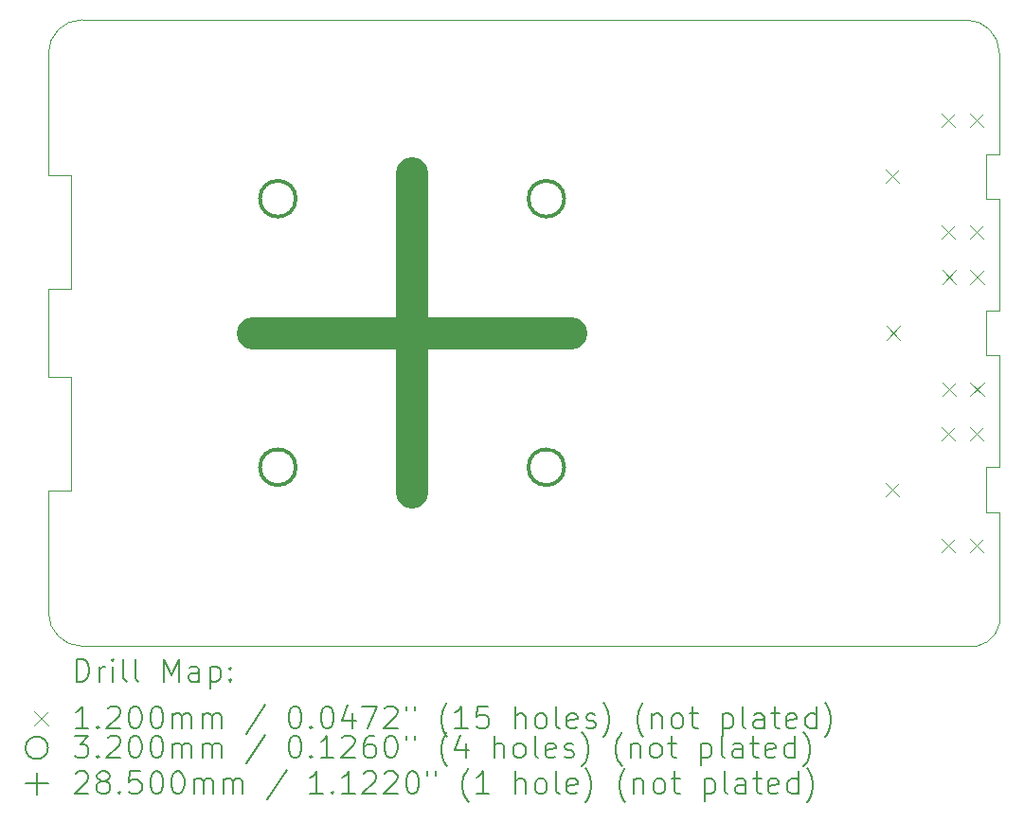
<source format=gbr>
%FSLAX45Y45*%
G04 Gerber Fmt 4.5, Leading zero omitted, Abs format (unit mm)*
G04 Created by KiCad (PCBNEW (6.0.1)) date 2022-01-27 00:39:42*
%MOMM*%
%LPD*%
G01*
G04 APERTURE LIST*
%TA.AperFunction,Profile*%
%ADD10C,0.100000*%
%TD*%
%ADD11C,0.200000*%
%ADD12C,0.120000*%
%ADD13C,0.320000*%
%ADD14C,2.850000*%
G04 APERTURE END LIST*
D10*
X5000000Y-6390000D02*
X5200000Y-6390000D01*
X5000000Y-10300000D02*
G75*
G03*
X5300000Y-10600000I300000J0D01*
G01*
X13500000Y-5300000D02*
G75*
G03*
X13200000Y-5000000I-300000J0D01*
G01*
X13500000Y-9400000D02*
X13380000Y-9400000D01*
X13500000Y-6200000D02*
X13380000Y-6200000D01*
X13300000Y-10600000D02*
G75*
G03*
X13500000Y-10300000I-50000J250000D01*
G01*
X13500000Y-8000000D02*
X13380000Y-8000000D01*
X13380000Y-6600000D02*
X13500000Y-6600000D01*
X13500000Y-9000000D02*
X13500000Y-8000000D01*
X5000000Y-8190000D02*
X5200000Y-8190000D01*
X13500000Y-6200000D02*
X13500000Y-5300000D01*
X13380000Y-9000000D02*
X13500000Y-9000000D01*
X5200000Y-9210000D02*
X5000000Y-9210000D01*
X13380000Y-9400000D02*
X13380000Y-9000000D01*
X5200000Y-7410000D02*
X5000000Y-7410000D01*
X13380000Y-7600000D02*
X13500000Y-7600000D01*
X13380000Y-8000000D02*
X13380000Y-7600000D01*
X5300000Y-5000000D02*
G75*
G03*
X5000000Y-5300000I0J-300000D01*
G01*
X13500000Y-6600000D02*
X13500000Y-7600000D01*
X5300000Y-10600000D02*
X13300000Y-10600000D01*
X5000000Y-7410000D02*
X5000000Y-8190000D01*
X5000000Y-9210000D02*
X5000000Y-10300000D01*
X5000000Y-5300000D02*
X5000000Y-6390000D01*
X13500000Y-9400000D02*
X13500000Y-10300000D01*
X5200000Y-6390000D02*
X5200000Y-7410000D01*
X5300000Y-5000000D02*
X13200000Y-5000000D01*
X5200000Y-8190000D02*
X5200000Y-9210000D01*
X13380000Y-6200000D02*
X13380000Y-6600000D01*
D11*
D12*
X12485000Y-6340000D02*
X12605000Y-6460000D01*
X12605000Y-6340000D02*
X12485000Y-6460000D01*
X12485000Y-9140000D02*
X12605000Y-9260000D01*
X12605000Y-9140000D02*
X12485000Y-9260000D01*
X12490000Y-7740000D02*
X12610000Y-7860000D01*
X12610000Y-7740000D02*
X12490000Y-7860000D01*
X12985000Y-5840000D02*
X13105000Y-5960000D01*
X13105000Y-5840000D02*
X12985000Y-5960000D01*
X12985000Y-6840000D02*
X13105000Y-6960000D01*
X13105000Y-6840000D02*
X12985000Y-6960000D01*
X12985000Y-8640000D02*
X13105000Y-8760000D01*
X13105000Y-8640000D02*
X12985000Y-8760000D01*
X12985000Y-9640000D02*
X13105000Y-9760000D01*
X13105000Y-9640000D02*
X12985000Y-9760000D01*
X12990000Y-7240000D02*
X13110000Y-7360000D01*
X13110000Y-7240000D02*
X12990000Y-7360000D01*
X12990000Y-8240000D02*
X13110000Y-8360000D01*
X13110000Y-8240000D02*
X12990000Y-8360000D01*
X13235000Y-5840000D02*
X13355000Y-5960000D01*
X13355000Y-5840000D02*
X13235000Y-5960000D01*
X13235000Y-6840000D02*
X13355000Y-6960000D01*
X13355000Y-6840000D02*
X13235000Y-6960000D01*
X13235000Y-8640000D02*
X13355000Y-8760000D01*
X13355000Y-8640000D02*
X13235000Y-8760000D01*
X13235000Y-9640000D02*
X13355000Y-9760000D01*
X13355000Y-9640000D02*
X13235000Y-9760000D01*
X13240000Y-7240000D02*
X13360000Y-7360000D01*
X13360000Y-7240000D02*
X13240000Y-7360000D01*
X13240000Y-8240000D02*
X13360000Y-8360000D01*
X13360000Y-8240000D02*
X13240000Y-8360000D01*
D13*
X7210000Y-6600000D02*
G75*
G03*
X7210000Y-6600000I-160000J0D01*
G01*
X7210000Y-9000000D02*
G75*
G03*
X7210000Y-9000000I-160000J0D01*
G01*
X9610000Y-6600000D02*
G75*
G03*
X9610000Y-6600000I-160000J0D01*
G01*
X9610000Y-9000000D02*
G75*
G03*
X9610000Y-9000000I-160000J0D01*
G01*
D14*
X8250000Y-6375000D02*
X8250000Y-9225000D01*
X6825000Y-7800000D02*
X9675000Y-7800000D01*
D11*
X5252619Y-10915476D02*
X5252619Y-10715476D01*
X5300238Y-10715476D01*
X5328810Y-10725000D01*
X5347857Y-10744048D01*
X5357381Y-10763095D01*
X5366905Y-10801190D01*
X5366905Y-10829762D01*
X5357381Y-10867857D01*
X5347857Y-10886905D01*
X5328810Y-10905952D01*
X5300238Y-10915476D01*
X5252619Y-10915476D01*
X5452619Y-10915476D02*
X5452619Y-10782143D01*
X5452619Y-10820238D02*
X5462143Y-10801190D01*
X5471667Y-10791667D01*
X5490714Y-10782143D01*
X5509762Y-10782143D01*
X5576429Y-10915476D02*
X5576429Y-10782143D01*
X5576429Y-10715476D02*
X5566905Y-10725000D01*
X5576429Y-10734524D01*
X5585952Y-10725000D01*
X5576429Y-10715476D01*
X5576429Y-10734524D01*
X5700238Y-10915476D02*
X5681190Y-10905952D01*
X5671667Y-10886905D01*
X5671667Y-10715476D01*
X5805000Y-10915476D02*
X5785952Y-10905952D01*
X5776428Y-10886905D01*
X5776428Y-10715476D01*
X6033571Y-10915476D02*
X6033571Y-10715476D01*
X6100238Y-10858333D01*
X6166905Y-10715476D01*
X6166905Y-10915476D01*
X6347857Y-10915476D02*
X6347857Y-10810714D01*
X6338333Y-10791667D01*
X6319286Y-10782143D01*
X6281190Y-10782143D01*
X6262143Y-10791667D01*
X6347857Y-10905952D02*
X6328809Y-10915476D01*
X6281190Y-10915476D01*
X6262143Y-10905952D01*
X6252619Y-10886905D01*
X6252619Y-10867857D01*
X6262143Y-10848810D01*
X6281190Y-10839286D01*
X6328809Y-10839286D01*
X6347857Y-10829762D01*
X6443095Y-10782143D02*
X6443095Y-10982143D01*
X6443095Y-10791667D02*
X6462143Y-10782143D01*
X6500238Y-10782143D01*
X6519286Y-10791667D01*
X6528809Y-10801190D01*
X6538333Y-10820238D01*
X6538333Y-10877381D01*
X6528809Y-10896429D01*
X6519286Y-10905952D01*
X6500238Y-10915476D01*
X6462143Y-10915476D01*
X6443095Y-10905952D01*
X6624048Y-10896429D02*
X6633571Y-10905952D01*
X6624048Y-10915476D01*
X6614524Y-10905952D01*
X6624048Y-10896429D01*
X6624048Y-10915476D01*
X6624048Y-10791667D02*
X6633571Y-10801190D01*
X6624048Y-10810714D01*
X6614524Y-10801190D01*
X6624048Y-10791667D01*
X6624048Y-10810714D01*
D12*
X4875000Y-11185000D02*
X4995000Y-11305000D01*
X4995000Y-11185000D02*
X4875000Y-11305000D01*
D11*
X5357381Y-11335476D02*
X5243095Y-11335476D01*
X5300238Y-11335476D02*
X5300238Y-11135476D01*
X5281190Y-11164048D01*
X5262143Y-11183095D01*
X5243095Y-11192619D01*
X5443095Y-11316428D02*
X5452619Y-11325952D01*
X5443095Y-11335476D01*
X5433571Y-11325952D01*
X5443095Y-11316428D01*
X5443095Y-11335476D01*
X5528810Y-11154524D02*
X5538333Y-11145000D01*
X5557381Y-11135476D01*
X5605000Y-11135476D01*
X5624048Y-11145000D01*
X5633571Y-11154524D01*
X5643095Y-11173571D01*
X5643095Y-11192619D01*
X5633571Y-11221190D01*
X5519286Y-11335476D01*
X5643095Y-11335476D01*
X5766905Y-11135476D02*
X5785952Y-11135476D01*
X5805000Y-11145000D01*
X5814524Y-11154524D01*
X5824048Y-11173571D01*
X5833571Y-11211667D01*
X5833571Y-11259286D01*
X5824048Y-11297381D01*
X5814524Y-11316428D01*
X5805000Y-11325952D01*
X5785952Y-11335476D01*
X5766905Y-11335476D01*
X5747857Y-11325952D01*
X5738333Y-11316428D01*
X5728809Y-11297381D01*
X5719286Y-11259286D01*
X5719286Y-11211667D01*
X5728809Y-11173571D01*
X5738333Y-11154524D01*
X5747857Y-11145000D01*
X5766905Y-11135476D01*
X5957381Y-11135476D02*
X5976428Y-11135476D01*
X5995476Y-11145000D01*
X6005000Y-11154524D01*
X6014524Y-11173571D01*
X6024048Y-11211667D01*
X6024048Y-11259286D01*
X6014524Y-11297381D01*
X6005000Y-11316428D01*
X5995476Y-11325952D01*
X5976428Y-11335476D01*
X5957381Y-11335476D01*
X5938333Y-11325952D01*
X5928809Y-11316428D01*
X5919286Y-11297381D01*
X5909762Y-11259286D01*
X5909762Y-11211667D01*
X5919286Y-11173571D01*
X5928809Y-11154524D01*
X5938333Y-11145000D01*
X5957381Y-11135476D01*
X6109762Y-11335476D02*
X6109762Y-11202143D01*
X6109762Y-11221190D02*
X6119286Y-11211667D01*
X6138333Y-11202143D01*
X6166905Y-11202143D01*
X6185952Y-11211667D01*
X6195476Y-11230714D01*
X6195476Y-11335476D01*
X6195476Y-11230714D02*
X6205000Y-11211667D01*
X6224048Y-11202143D01*
X6252619Y-11202143D01*
X6271667Y-11211667D01*
X6281190Y-11230714D01*
X6281190Y-11335476D01*
X6376428Y-11335476D02*
X6376428Y-11202143D01*
X6376428Y-11221190D02*
X6385952Y-11211667D01*
X6405000Y-11202143D01*
X6433571Y-11202143D01*
X6452619Y-11211667D01*
X6462143Y-11230714D01*
X6462143Y-11335476D01*
X6462143Y-11230714D02*
X6471667Y-11211667D01*
X6490714Y-11202143D01*
X6519286Y-11202143D01*
X6538333Y-11211667D01*
X6547857Y-11230714D01*
X6547857Y-11335476D01*
X6938333Y-11125952D02*
X6766905Y-11383095D01*
X7195476Y-11135476D02*
X7214524Y-11135476D01*
X7233571Y-11145000D01*
X7243095Y-11154524D01*
X7252619Y-11173571D01*
X7262143Y-11211667D01*
X7262143Y-11259286D01*
X7252619Y-11297381D01*
X7243095Y-11316428D01*
X7233571Y-11325952D01*
X7214524Y-11335476D01*
X7195476Y-11335476D01*
X7176428Y-11325952D01*
X7166905Y-11316428D01*
X7157381Y-11297381D01*
X7147857Y-11259286D01*
X7147857Y-11211667D01*
X7157381Y-11173571D01*
X7166905Y-11154524D01*
X7176428Y-11145000D01*
X7195476Y-11135476D01*
X7347857Y-11316428D02*
X7357381Y-11325952D01*
X7347857Y-11335476D01*
X7338333Y-11325952D01*
X7347857Y-11316428D01*
X7347857Y-11335476D01*
X7481190Y-11135476D02*
X7500238Y-11135476D01*
X7519286Y-11145000D01*
X7528809Y-11154524D01*
X7538333Y-11173571D01*
X7547857Y-11211667D01*
X7547857Y-11259286D01*
X7538333Y-11297381D01*
X7528809Y-11316428D01*
X7519286Y-11325952D01*
X7500238Y-11335476D01*
X7481190Y-11335476D01*
X7462143Y-11325952D01*
X7452619Y-11316428D01*
X7443095Y-11297381D01*
X7433571Y-11259286D01*
X7433571Y-11211667D01*
X7443095Y-11173571D01*
X7452619Y-11154524D01*
X7462143Y-11145000D01*
X7481190Y-11135476D01*
X7719286Y-11202143D02*
X7719286Y-11335476D01*
X7671667Y-11125952D02*
X7624048Y-11268809D01*
X7747857Y-11268809D01*
X7805000Y-11135476D02*
X7938333Y-11135476D01*
X7852619Y-11335476D01*
X8005000Y-11154524D02*
X8014524Y-11145000D01*
X8033571Y-11135476D01*
X8081190Y-11135476D01*
X8100238Y-11145000D01*
X8109762Y-11154524D01*
X8119286Y-11173571D01*
X8119286Y-11192619D01*
X8109762Y-11221190D01*
X7995476Y-11335476D01*
X8119286Y-11335476D01*
X8195476Y-11135476D02*
X8195476Y-11173571D01*
X8271667Y-11135476D02*
X8271667Y-11173571D01*
X8566905Y-11411667D02*
X8557381Y-11402143D01*
X8538333Y-11373571D01*
X8528810Y-11354524D01*
X8519286Y-11325952D01*
X8509762Y-11278333D01*
X8509762Y-11240238D01*
X8519286Y-11192619D01*
X8528810Y-11164048D01*
X8538333Y-11145000D01*
X8557381Y-11116429D01*
X8566905Y-11106905D01*
X8747857Y-11335476D02*
X8633571Y-11335476D01*
X8690714Y-11335476D02*
X8690714Y-11135476D01*
X8671667Y-11164048D01*
X8652619Y-11183095D01*
X8633571Y-11192619D01*
X8928810Y-11135476D02*
X8833571Y-11135476D01*
X8824048Y-11230714D01*
X8833571Y-11221190D01*
X8852619Y-11211667D01*
X8900238Y-11211667D01*
X8919286Y-11221190D01*
X8928810Y-11230714D01*
X8938333Y-11249762D01*
X8938333Y-11297381D01*
X8928810Y-11316428D01*
X8919286Y-11325952D01*
X8900238Y-11335476D01*
X8852619Y-11335476D01*
X8833571Y-11325952D01*
X8824048Y-11316428D01*
X9176429Y-11335476D02*
X9176429Y-11135476D01*
X9262143Y-11335476D02*
X9262143Y-11230714D01*
X9252619Y-11211667D01*
X9233571Y-11202143D01*
X9205000Y-11202143D01*
X9185952Y-11211667D01*
X9176429Y-11221190D01*
X9385952Y-11335476D02*
X9366905Y-11325952D01*
X9357381Y-11316428D01*
X9347857Y-11297381D01*
X9347857Y-11240238D01*
X9357381Y-11221190D01*
X9366905Y-11211667D01*
X9385952Y-11202143D01*
X9414524Y-11202143D01*
X9433571Y-11211667D01*
X9443095Y-11221190D01*
X9452619Y-11240238D01*
X9452619Y-11297381D01*
X9443095Y-11316428D01*
X9433571Y-11325952D01*
X9414524Y-11335476D01*
X9385952Y-11335476D01*
X9566905Y-11335476D02*
X9547857Y-11325952D01*
X9538333Y-11306905D01*
X9538333Y-11135476D01*
X9719286Y-11325952D02*
X9700238Y-11335476D01*
X9662143Y-11335476D01*
X9643095Y-11325952D01*
X9633571Y-11306905D01*
X9633571Y-11230714D01*
X9643095Y-11211667D01*
X9662143Y-11202143D01*
X9700238Y-11202143D01*
X9719286Y-11211667D01*
X9728810Y-11230714D01*
X9728810Y-11249762D01*
X9633571Y-11268809D01*
X9805000Y-11325952D02*
X9824048Y-11335476D01*
X9862143Y-11335476D01*
X9881190Y-11325952D01*
X9890714Y-11306905D01*
X9890714Y-11297381D01*
X9881190Y-11278333D01*
X9862143Y-11268809D01*
X9833571Y-11268809D01*
X9814524Y-11259286D01*
X9805000Y-11240238D01*
X9805000Y-11230714D01*
X9814524Y-11211667D01*
X9833571Y-11202143D01*
X9862143Y-11202143D01*
X9881190Y-11211667D01*
X9957381Y-11411667D02*
X9966905Y-11402143D01*
X9985952Y-11373571D01*
X9995476Y-11354524D01*
X10005000Y-11325952D01*
X10014524Y-11278333D01*
X10014524Y-11240238D01*
X10005000Y-11192619D01*
X9995476Y-11164048D01*
X9985952Y-11145000D01*
X9966905Y-11116429D01*
X9957381Y-11106905D01*
X10319286Y-11411667D02*
X10309762Y-11402143D01*
X10290714Y-11373571D01*
X10281190Y-11354524D01*
X10271667Y-11325952D01*
X10262143Y-11278333D01*
X10262143Y-11240238D01*
X10271667Y-11192619D01*
X10281190Y-11164048D01*
X10290714Y-11145000D01*
X10309762Y-11116429D01*
X10319286Y-11106905D01*
X10395476Y-11202143D02*
X10395476Y-11335476D01*
X10395476Y-11221190D02*
X10405000Y-11211667D01*
X10424048Y-11202143D01*
X10452619Y-11202143D01*
X10471667Y-11211667D01*
X10481190Y-11230714D01*
X10481190Y-11335476D01*
X10605000Y-11335476D02*
X10585952Y-11325952D01*
X10576429Y-11316428D01*
X10566905Y-11297381D01*
X10566905Y-11240238D01*
X10576429Y-11221190D01*
X10585952Y-11211667D01*
X10605000Y-11202143D01*
X10633571Y-11202143D01*
X10652619Y-11211667D01*
X10662143Y-11221190D01*
X10671667Y-11240238D01*
X10671667Y-11297381D01*
X10662143Y-11316428D01*
X10652619Y-11325952D01*
X10633571Y-11335476D01*
X10605000Y-11335476D01*
X10728810Y-11202143D02*
X10805000Y-11202143D01*
X10757381Y-11135476D02*
X10757381Y-11306905D01*
X10766905Y-11325952D01*
X10785952Y-11335476D01*
X10805000Y-11335476D01*
X11024048Y-11202143D02*
X11024048Y-11402143D01*
X11024048Y-11211667D02*
X11043095Y-11202143D01*
X11081190Y-11202143D01*
X11100238Y-11211667D01*
X11109762Y-11221190D01*
X11119286Y-11240238D01*
X11119286Y-11297381D01*
X11109762Y-11316428D01*
X11100238Y-11325952D01*
X11081190Y-11335476D01*
X11043095Y-11335476D01*
X11024048Y-11325952D01*
X11233571Y-11335476D02*
X11214524Y-11325952D01*
X11205000Y-11306905D01*
X11205000Y-11135476D01*
X11395476Y-11335476D02*
X11395476Y-11230714D01*
X11385952Y-11211667D01*
X11366905Y-11202143D01*
X11328809Y-11202143D01*
X11309762Y-11211667D01*
X11395476Y-11325952D02*
X11376428Y-11335476D01*
X11328809Y-11335476D01*
X11309762Y-11325952D01*
X11300238Y-11306905D01*
X11300238Y-11287857D01*
X11309762Y-11268809D01*
X11328809Y-11259286D01*
X11376428Y-11259286D01*
X11395476Y-11249762D01*
X11462143Y-11202143D02*
X11538333Y-11202143D01*
X11490714Y-11135476D02*
X11490714Y-11306905D01*
X11500238Y-11325952D01*
X11519286Y-11335476D01*
X11538333Y-11335476D01*
X11681190Y-11325952D02*
X11662143Y-11335476D01*
X11624048Y-11335476D01*
X11605000Y-11325952D01*
X11595476Y-11306905D01*
X11595476Y-11230714D01*
X11605000Y-11211667D01*
X11624048Y-11202143D01*
X11662143Y-11202143D01*
X11681190Y-11211667D01*
X11690714Y-11230714D01*
X11690714Y-11249762D01*
X11595476Y-11268809D01*
X11862143Y-11335476D02*
X11862143Y-11135476D01*
X11862143Y-11325952D02*
X11843095Y-11335476D01*
X11805000Y-11335476D01*
X11785952Y-11325952D01*
X11776428Y-11316428D01*
X11766905Y-11297381D01*
X11766905Y-11240238D01*
X11776428Y-11221190D01*
X11785952Y-11211667D01*
X11805000Y-11202143D01*
X11843095Y-11202143D01*
X11862143Y-11211667D01*
X11938333Y-11411667D02*
X11947857Y-11402143D01*
X11966905Y-11373571D01*
X11976428Y-11354524D01*
X11985952Y-11325952D01*
X11995476Y-11278333D01*
X11995476Y-11240238D01*
X11985952Y-11192619D01*
X11976428Y-11164048D01*
X11966905Y-11145000D01*
X11947857Y-11116429D01*
X11938333Y-11106905D01*
X4995000Y-11509000D02*
G75*
G03*
X4995000Y-11509000I-100000J0D01*
G01*
X5233571Y-11399476D02*
X5357381Y-11399476D01*
X5290714Y-11475667D01*
X5319286Y-11475667D01*
X5338333Y-11485190D01*
X5347857Y-11494714D01*
X5357381Y-11513762D01*
X5357381Y-11561381D01*
X5347857Y-11580428D01*
X5338333Y-11589952D01*
X5319286Y-11599476D01*
X5262143Y-11599476D01*
X5243095Y-11589952D01*
X5233571Y-11580428D01*
X5443095Y-11580428D02*
X5452619Y-11589952D01*
X5443095Y-11599476D01*
X5433571Y-11589952D01*
X5443095Y-11580428D01*
X5443095Y-11599476D01*
X5528810Y-11418524D02*
X5538333Y-11409000D01*
X5557381Y-11399476D01*
X5605000Y-11399476D01*
X5624048Y-11409000D01*
X5633571Y-11418524D01*
X5643095Y-11437571D01*
X5643095Y-11456619D01*
X5633571Y-11485190D01*
X5519286Y-11599476D01*
X5643095Y-11599476D01*
X5766905Y-11399476D02*
X5785952Y-11399476D01*
X5805000Y-11409000D01*
X5814524Y-11418524D01*
X5824048Y-11437571D01*
X5833571Y-11475667D01*
X5833571Y-11523286D01*
X5824048Y-11561381D01*
X5814524Y-11580428D01*
X5805000Y-11589952D01*
X5785952Y-11599476D01*
X5766905Y-11599476D01*
X5747857Y-11589952D01*
X5738333Y-11580428D01*
X5728809Y-11561381D01*
X5719286Y-11523286D01*
X5719286Y-11475667D01*
X5728809Y-11437571D01*
X5738333Y-11418524D01*
X5747857Y-11409000D01*
X5766905Y-11399476D01*
X5957381Y-11399476D02*
X5976428Y-11399476D01*
X5995476Y-11409000D01*
X6005000Y-11418524D01*
X6014524Y-11437571D01*
X6024048Y-11475667D01*
X6024048Y-11523286D01*
X6014524Y-11561381D01*
X6005000Y-11580428D01*
X5995476Y-11589952D01*
X5976428Y-11599476D01*
X5957381Y-11599476D01*
X5938333Y-11589952D01*
X5928809Y-11580428D01*
X5919286Y-11561381D01*
X5909762Y-11523286D01*
X5909762Y-11475667D01*
X5919286Y-11437571D01*
X5928809Y-11418524D01*
X5938333Y-11409000D01*
X5957381Y-11399476D01*
X6109762Y-11599476D02*
X6109762Y-11466143D01*
X6109762Y-11485190D02*
X6119286Y-11475667D01*
X6138333Y-11466143D01*
X6166905Y-11466143D01*
X6185952Y-11475667D01*
X6195476Y-11494714D01*
X6195476Y-11599476D01*
X6195476Y-11494714D02*
X6205000Y-11475667D01*
X6224048Y-11466143D01*
X6252619Y-11466143D01*
X6271667Y-11475667D01*
X6281190Y-11494714D01*
X6281190Y-11599476D01*
X6376428Y-11599476D02*
X6376428Y-11466143D01*
X6376428Y-11485190D02*
X6385952Y-11475667D01*
X6405000Y-11466143D01*
X6433571Y-11466143D01*
X6452619Y-11475667D01*
X6462143Y-11494714D01*
X6462143Y-11599476D01*
X6462143Y-11494714D02*
X6471667Y-11475667D01*
X6490714Y-11466143D01*
X6519286Y-11466143D01*
X6538333Y-11475667D01*
X6547857Y-11494714D01*
X6547857Y-11599476D01*
X6938333Y-11389952D02*
X6766905Y-11647095D01*
X7195476Y-11399476D02*
X7214524Y-11399476D01*
X7233571Y-11409000D01*
X7243095Y-11418524D01*
X7252619Y-11437571D01*
X7262143Y-11475667D01*
X7262143Y-11523286D01*
X7252619Y-11561381D01*
X7243095Y-11580428D01*
X7233571Y-11589952D01*
X7214524Y-11599476D01*
X7195476Y-11599476D01*
X7176428Y-11589952D01*
X7166905Y-11580428D01*
X7157381Y-11561381D01*
X7147857Y-11523286D01*
X7147857Y-11475667D01*
X7157381Y-11437571D01*
X7166905Y-11418524D01*
X7176428Y-11409000D01*
X7195476Y-11399476D01*
X7347857Y-11580428D02*
X7357381Y-11589952D01*
X7347857Y-11599476D01*
X7338333Y-11589952D01*
X7347857Y-11580428D01*
X7347857Y-11599476D01*
X7547857Y-11599476D02*
X7433571Y-11599476D01*
X7490714Y-11599476D02*
X7490714Y-11399476D01*
X7471667Y-11428048D01*
X7452619Y-11447095D01*
X7433571Y-11456619D01*
X7624048Y-11418524D02*
X7633571Y-11409000D01*
X7652619Y-11399476D01*
X7700238Y-11399476D01*
X7719286Y-11409000D01*
X7728809Y-11418524D01*
X7738333Y-11437571D01*
X7738333Y-11456619D01*
X7728809Y-11485190D01*
X7614524Y-11599476D01*
X7738333Y-11599476D01*
X7909762Y-11399476D02*
X7871667Y-11399476D01*
X7852619Y-11409000D01*
X7843095Y-11418524D01*
X7824048Y-11447095D01*
X7814524Y-11485190D01*
X7814524Y-11561381D01*
X7824048Y-11580428D01*
X7833571Y-11589952D01*
X7852619Y-11599476D01*
X7890714Y-11599476D01*
X7909762Y-11589952D01*
X7919286Y-11580428D01*
X7928809Y-11561381D01*
X7928809Y-11513762D01*
X7919286Y-11494714D01*
X7909762Y-11485190D01*
X7890714Y-11475667D01*
X7852619Y-11475667D01*
X7833571Y-11485190D01*
X7824048Y-11494714D01*
X7814524Y-11513762D01*
X8052619Y-11399476D02*
X8071667Y-11399476D01*
X8090714Y-11409000D01*
X8100238Y-11418524D01*
X8109762Y-11437571D01*
X8119286Y-11475667D01*
X8119286Y-11523286D01*
X8109762Y-11561381D01*
X8100238Y-11580428D01*
X8090714Y-11589952D01*
X8071667Y-11599476D01*
X8052619Y-11599476D01*
X8033571Y-11589952D01*
X8024048Y-11580428D01*
X8014524Y-11561381D01*
X8005000Y-11523286D01*
X8005000Y-11475667D01*
X8014524Y-11437571D01*
X8024048Y-11418524D01*
X8033571Y-11409000D01*
X8052619Y-11399476D01*
X8195476Y-11399476D02*
X8195476Y-11437571D01*
X8271667Y-11399476D02*
X8271667Y-11437571D01*
X8566905Y-11675667D02*
X8557381Y-11666143D01*
X8538333Y-11637571D01*
X8528810Y-11618524D01*
X8519286Y-11589952D01*
X8509762Y-11542333D01*
X8509762Y-11504238D01*
X8519286Y-11456619D01*
X8528810Y-11428048D01*
X8538333Y-11409000D01*
X8557381Y-11380428D01*
X8566905Y-11370905D01*
X8728810Y-11466143D02*
X8728810Y-11599476D01*
X8681190Y-11389952D02*
X8633571Y-11532809D01*
X8757381Y-11532809D01*
X8985952Y-11599476D02*
X8985952Y-11399476D01*
X9071667Y-11599476D02*
X9071667Y-11494714D01*
X9062143Y-11475667D01*
X9043095Y-11466143D01*
X9014524Y-11466143D01*
X8995476Y-11475667D01*
X8985952Y-11485190D01*
X9195476Y-11599476D02*
X9176429Y-11589952D01*
X9166905Y-11580428D01*
X9157381Y-11561381D01*
X9157381Y-11504238D01*
X9166905Y-11485190D01*
X9176429Y-11475667D01*
X9195476Y-11466143D01*
X9224048Y-11466143D01*
X9243095Y-11475667D01*
X9252619Y-11485190D01*
X9262143Y-11504238D01*
X9262143Y-11561381D01*
X9252619Y-11580428D01*
X9243095Y-11589952D01*
X9224048Y-11599476D01*
X9195476Y-11599476D01*
X9376429Y-11599476D02*
X9357381Y-11589952D01*
X9347857Y-11570905D01*
X9347857Y-11399476D01*
X9528810Y-11589952D02*
X9509762Y-11599476D01*
X9471667Y-11599476D01*
X9452619Y-11589952D01*
X9443095Y-11570905D01*
X9443095Y-11494714D01*
X9452619Y-11475667D01*
X9471667Y-11466143D01*
X9509762Y-11466143D01*
X9528810Y-11475667D01*
X9538333Y-11494714D01*
X9538333Y-11513762D01*
X9443095Y-11532809D01*
X9614524Y-11589952D02*
X9633571Y-11599476D01*
X9671667Y-11599476D01*
X9690714Y-11589952D01*
X9700238Y-11570905D01*
X9700238Y-11561381D01*
X9690714Y-11542333D01*
X9671667Y-11532809D01*
X9643095Y-11532809D01*
X9624048Y-11523286D01*
X9614524Y-11504238D01*
X9614524Y-11494714D01*
X9624048Y-11475667D01*
X9643095Y-11466143D01*
X9671667Y-11466143D01*
X9690714Y-11475667D01*
X9766905Y-11675667D02*
X9776429Y-11666143D01*
X9795476Y-11637571D01*
X9805000Y-11618524D01*
X9814524Y-11589952D01*
X9824048Y-11542333D01*
X9824048Y-11504238D01*
X9814524Y-11456619D01*
X9805000Y-11428048D01*
X9795476Y-11409000D01*
X9776429Y-11380428D01*
X9766905Y-11370905D01*
X10128810Y-11675667D02*
X10119286Y-11666143D01*
X10100238Y-11637571D01*
X10090714Y-11618524D01*
X10081190Y-11589952D01*
X10071667Y-11542333D01*
X10071667Y-11504238D01*
X10081190Y-11456619D01*
X10090714Y-11428048D01*
X10100238Y-11409000D01*
X10119286Y-11380428D01*
X10128810Y-11370905D01*
X10205000Y-11466143D02*
X10205000Y-11599476D01*
X10205000Y-11485190D02*
X10214524Y-11475667D01*
X10233571Y-11466143D01*
X10262143Y-11466143D01*
X10281190Y-11475667D01*
X10290714Y-11494714D01*
X10290714Y-11599476D01*
X10414524Y-11599476D02*
X10395476Y-11589952D01*
X10385952Y-11580428D01*
X10376429Y-11561381D01*
X10376429Y-11504238D01*
X10385952Y-11485190D01*
X10395476Y-11475667D01*
X10414524Y-11466143D01*
X10443095Y-11466143D01*
X10462143Y-11475667D01*
X10471667Y-11485190D01*
X10481190Y-11504238D01*
X10481190Y-11561381D01*
X10471667Y-11580428D01*
X10462143Y-11589952D01*
X10443095Y-11599476D01*
X10414524Y-11599476D01*
X10538333Y-11466143D02*
X10614524Y-11466143D01*
X10566905Y-11399476D02*
X10566905Y-11570905D01*
X10576429Y-11589952D01*
X10595476Y-11599476D01*
X10614524Y-11599476D01*
X10833571Y-11466143D02*
X10833571Y-11666143D01*
X10833571Y-11475667D02*
X10852619Y-11466143D01*
X10890714Y-11466143D01*
X10909762Y-11475667D01*
X10919286Y-11485190D01*
X10928810Y-11504238D01*
X10928810Y-11561381D01*
X10919286Y-11580428D01*
X10909762Y-11589952D01*
X10890714Y-11599476D01*
X10852619Y-11599476D01*
X10833571Y-11589952D01*
X11043095Y-11599476D02*
X11024048Y-11589952D01*
X11014524Y-11570905D01*
X11014524Y-11399476D01*
X11205000Y-11599476D02*
X11205000Y-11494714D01*
X11195476Y-11475667D01*
X11176429Y-11466143D01*
X11138333Y-11466143D01*
X11119286Y-11475667D01*
X11205000Y-11589952D02*
X11185952Y-11599476D01*
X11138333Y-11599476D01*
X11119286Y-11589952D01*
X11109762Y-11570905D01*
X11109762Y-11551857D01*
X11119286Y-11532809D01*
X11138333Y-11523286D01*
X11185952Y-11523286D01*
X11205000Y-11513762D01*
X11271667Y-11466143D02*
X11347857Y-11466143D01*
X11300238Y-11399476D02*
X11300238Y-11570905D01*
X11309762Y-11589952D01*
X11328809Y-11599476D01*
X11347857Y-11599476D01*
X11490714Y-11589952D02*
X11471667Y-11599476D01*
X11433571Y-11599476D01*
X11414524Y-11589952D01*
X11405000Y-11570905D01*
X11405000Y-11494714D01*
X11414524Y-11475667D01*
X11433571Y-11466143D01*
X11471667Y-11466143D01*
X11490714Y-11475667D01*
X11500238Y-11494714D01*
X11500238Y-11513762D01*
X11405000Y-11532809D01*
X11671667Y-11599476D02*
X11671667Y-11399476D01*
X11671667Y-11589952D02*
X11652619Y-11599476D01*
X11614524Y-11599476D01*
X11595476Y-11589952D01*
X11585952Y-11580428D01*
X11576428Y-11561381D01*
X11576428Y-11504238D01*
X11585952Y-11485190D01*
X11595476Y-11475667D01*
X11614524Y-11466143D01*
X11652619Y-11466143D01*
X11671667Y-11475667D01*
X11747857Y-11675667D02*
X11757381Y-11666143D01*
X11776428Y-11637571D01*
X11785952Y-11618524D01*
X11795476Y-11589952D01*
X11805000Y-11542333D01*
X11805000Y-11504238D01*
X11795476Y-11456619D01*
X11785952Y-11428048D01*
X11776428Y-11409000D01*
X11757381Y-11380428D01*
X11747857Y-11370905D01*
X4895000Y-11729000D02*
X4895000Y-11929000D01*
X4795000Y-11829000D02*
X4995000Y-11829000D01*
X5243095Y-11738524D02*
X5252619Y-11729000D01*
X5271667Y-11719476D01*
X5319286Y-11719476D01*
X5338333Y-11729000D01*
X5347857Y-11738524D01*
X5357381Y-11757571D01*
X5357381Y-11776619D01*
X5347857Y-11805190D01*
X5233571Y-11919476D01*
X5357381Y-11919476D01*
X5471667Y-11805190D02*
X5452619Y-11795667D01*
X5443095Y-11786143D01*
X5433571Y-11767095D01*
X5433571Y-11757571D01*
X5443095Y-11738524D01*
X5452619Y-11729000D01*
X5471667Y-11719476D01*
X5509762Y-11719476D01*
X5528810Y-11729000D01*
X5538333Y-11738524D01*
X5547857Y-11757571D01*
X5547857Y-11767095D01*
X5538333Y-11786143D01*
X5528810Y-11795667D01*
X5509762Y-11805190D01*
X5471667Y-11805190D01*
X5452619Y-11814714D01*
X5443095Y-11824238D01*
X5433571Y-11843286D01*
X5433571Y-11881381D01*
X5443095Y-11900428D01*
X5452619Y-11909952D01*
X5471667Y-11919476D01*
X5509762Y-11919476D01*
X5528810Y-11909952D01*
X5538333Y-11900428D01*
X5547857Y-11881381D01*
X5547857Y-11843286D01*
X5538333Y-11824238D01*
X5528810Y-11814714D01*
X5509762Y-11805190D01*
X5633571Y-11900428D02*
X5643095Y-11909952D01*
X5633571Y-11919476D01*
X5624048Y-11909952D01*
X5633571Y-11900428D01*
X5633571Y-11919476D01*
X5824048Y-11719476D02*
X5728809Y-11719476D01*
X5719286Y-11814714D01*
X5728809Y-11805190D01*
X5747857Y-11795667D01*
X5795476Y-11795667D01*
X5814524Y-11805190D01*
X5824048Y-11814714D01*
X5833571Y-11833762D01*
X5833571Y-11881381D01*
X5824048Y-11900428D01*
X5814524Y-11909952D01*
X5795476Y-11919476D01*
X5747857Y-11919476D01*
X5728809Y-11909952D01*
X5719286Y-11900428D01*
X5957381Y-11719476D02*
X5976428Y-11719476D01*
X5995476Y-11729000D01*
X6005000Y-11738524D01*
X6014524Y-11757571D01*
X6024048Y-11795667D01*
X6024048Y-11843286D01*
X6014524Y-11881381D01*
X6005000Y-11900428D01*
X5995476Y-11909952D01*
X5976428Y-11919476D01*
X5957381Y-11919476D01*
X5938333Y-11909952D01*
X5928809Y-11900428D01*
X5919286Y-11881381D01*
X5909762Y-11843286D01*
X5909762Y-11795667D01*
X5919286Y-11757571D01*
X5928809Y-11738524D01*
X5938333Y-11729000D01*
X5957381Y-11719476D01*
X6147857Y-11719476D02*
X6166905Y-11719476D01*
X6185952Y-11729000D01*
X6195476Y-11738524D01*
X6205000Y-11757571D01*
X6214524Y-11795667D01*
X6214524Y-11843286D01*
X6205000Y-11881381D01*
X6195476Y-11900428D01*
X6185952Y-11909952D01*
X6166905Y-11919476D01*
X6147857Y-11919476D01*
X6128809Y-11909952D01*
X6119286Y-11900428D01*
X6109762Y-11881381D01*
X6100238Y-11843286D01*
X6100238Y-11795667D01*
X6109762Y-11757571D01*
X6119286Y-11738524D01*
X6128809Y-11729000D01*
X6147857Y-11719476D01*
X6300238Y-11919476D02*
X6300238Y-11786143D01*
X6300238Y-11805190D02*
X6309762Y-11795667D01*
X6328809Y-11786143D01*
X6357381Y-11786143D01*
X6376428Y-11795667D01*
X6385952Y-11814714D01*
X6385952Y-11919476D01*
X6385952Y-11814714D02*
X6395476Y-11795667D01*
X6414524Y-11786143D01*
X6443095Y-11786143D01*
X6462143Y-11795667D01*
X6471667Y-11814714D01*
X6471667Y-11919476D01*
X6566905Y-11919476D02*
X6566905Y-11786143D01*
X6566905Y-11805190D02*
X6576428Y-11795667D01*
X6595476Y-11786143D01*
X6624048Y-11786143D01*
X6643095Y-11795667D01*
X6652619Y-11814714D01*
X6652619Y-11919476D01*
X6652619Y-11814714D02*
X6662143Y-11795667D01*
X6681190Y-11786143D01*
X6709762Y-11786143D01*
X6728809Y-11795667D01*
X6738333Y-11814714D01*
X6738333Y-11919476D01*
X7128809Y-11709952D02*
X6957381Y-11967095D01*
X7452619Y-11919476D02*
X7338333Y-11919476D01*
X7395476Y-11919476D02*
X7395476Y-11719476D01*
X7376428Y-11748048D01*
X7357381Y-11767095D01*
X7338333Y-11776619D01*
X7538333Y-11900428D02*
X7547857Y-11909952D01*
X7538333Y-11919476D01*
X7528809Y-11909952D01*
X7538333Y-11900428D01*
X7538333Y-11919476D01*
X7738333Y-11919476D02*
X7624048Y-11919476D01*
X7681190Y-11919476D02*
X7681190Y-11719476D01*
X7662143Y-11748048D01*
X7643095Y-11767095D01*
X7624048Y-11776619D01*
X7814524Y-11738524D02*
X7824048Y-11729000D01*
X7843095Y-11719476D01*
X7890714Y-11719476D01*
X7909762Y-11729000D01*
X7919286Y-11738524D01*
X7928809Y-11757571D01*
X7928809Y-11776619D01*
X7919286Y-11805190D01*
X7805000Y-11919476D01*
X7928809Y-11919476D01*
X8005000Y-11738524D02*
X8014524Y-11729000D01*
X8033571Y-11719476D01*
X8081190Y-11719476D01*
X8100238Y-11729000D01*
X8109762Y-11738524D01*
X8119286Y-11757571D01*
X8119286Y-11776619D01*
X8109762Y-11805190D01*
X7995476Y-11919476D01*
X8119286Y-11919476D01*
X8243095Y-11719476D02*
X8262143Y-11719476D01*
X8281190Y-11729000D01*
X8290714Y-11738524D01*
X8300238Y-11757571D01*
X8309762Y-11795667D01*
X8309762Y-11843286D01*
X8300238Y-11881381D01*
X8290714Y-11900428D01*
X8281190Y-11909952D01*
X8262143Y-11919476D01*
X8243095Y-11919476D01*
X8224048Y-11909952D01*
X8214524Y-11900428D01*
X8205000Y-11881381D01*
X8195476Y-11843286D01*
X8195476Y-11795667D01*
X8205000Y-11757571D01*
X8214524Y-11738524D01*
X8224048Y-11729000D01*
X8243095Y-11719476D01*
X8385952Y-11719476D02*
X8385952Y-11757571D01*
X8462143Y-11719476D02*
X8462143Y-11757571D01*
X8757381Y-11995667D02*
X8747857Y-11986143D01*
X8728810Y-11957571D01*
X8719286Y-11938524D01*
X8709762Y-11909952D01*
X8700238Y-11862333D01*
X8700238Y-11824238D01*
X8709762Y-11776619D01*
X8719286Y-11748048D01*
X8728810Y-11729000D01*
X8747857Y-11700428D01*
X8757381Y-11690905D01*
X8938333Y-11919476D02*
X8824048Y-11919476D01*
X8881190Y-11919476D02*
X8881190Y-11719476D01*
X8862143Y-11748048D01*
X8843095Y-11767095D01*
X8824048Y-11776619D01*
X9176429Y-11919476D02*
X9176429Y-11719476D01*
X9262143Y-11919476D02*
X9262143Y-11814714D01*
X9252619Y-11795667D01*
X9233571Y-11786143D01*
X9205000Y-11786143D01*
X9185952Y-11795667D01*
X9176429Y-11805190D01*
X9385952Y-11919476D02*
X9366905Y-11909952D01*
X9357381Y-11900428D01*
X9347857Y-11881381D01*
X9347857Y-11824238D01*
X9357381Y-11805190D01*
X9366905Y-11795667D01*
X9385952Y-11786143D01*
X9414524Y-11786143D01*
X9433571Y-11795667D01*
X9443095Y-11805190D01*
X9452619Y-11824238D01*
X9452619Y-11881381D01*
X9443095Y-11900428D01*
X9433571Y-11909952D01*
X9414524Y-11919476D01*
X9385952Y-11919476D01*
X9566905Y-11919476D02*
X9547857Y-11909952D01*
X9538333Y-11890905D01*
X9538333Y-11719476D01*
X9719286Y-11909952D02*
X9700238Y-11919476D01*
X9662143Y-11919476D01*
X9643095Y-11909952D01*
X9633571Y-11890905D01*
X9633571Y-11814714D01*
X9643095Y-11795667D01*
X9662143Y-11786143D01*
X9700238Y-11786143D01*
X9719286Y-11795667D01*
X9728810Y-11814714D01*
X9728810Y-11833762D01*
X9633571Y-11852809D01*
X9795476Y-11995667D02*
X9805000Y-11986143D01*
X9824048Y-11957571D01*
X9833571Y-11938524D01*
X9843095Y-11909952D01*
X9852619Y-11862333D01*
X9852619Y-11824238D01*
X9843095Y-11776619D01*
X9833571Y-11748048D01*
X9824048Y-11729000D01*
X9805000Y-11700428D01*
X9795476Y-11690905D01*
X10157381Y-11995667D02*
X10147857Y-11986143D01*
X10128810Y-11957571D01*
X10119286Y-11938524D01*
X10109762Y-11909952D01*
X10100238Y-11862333D01*
X10100238Y-11824238D01*
X10109762Y-11776619D01*
X10119286Y-11748048D01*
X10128810Y-11729000D01*
X10147857Y-11700428D01*
X10157381Y-11690905D01*
X10233571Y-11786143D02*
X10233571Y-11919476D01*
X10233571Y-11805190D02*
X10243095Y-11795667D01*
X10262143Y-11786143D01*
X10290714Y-11786143D01*
X10309762Y-11795667D01*
X10319286Y-11814714D01*
X10319286Y-11919476D01*
X10443095Y-11919476D02*
X10424048Y-11909952D01*
X10414524Y-11900428D01*
X10405000Y-11881381D01*
X10405000Y-11824238D01*
X10414524Y-11805190D01*
X10424048Y-11795667D01*
X10443095Y-11786143D01*
X10471667Y-11786143D01*
X10490714Y-11795667D01*
X10500238Y-11805190D01*
X10509762Y-11824238D01*
X10509762Y-11881381D01*
X10500238Y-11900428D01*
X10490714Y-11909952D01*
X10471667Y-11919476D01*
X10443095Y-11919476D01*
X10566905Y-11786143D02*
X10643095Y-11786143D01*
X10595476Y-11719476D02*
X10595476Y-11890905D01*
X10605000Y-11909952D01*
X10624048Y-11919476D01*
X10643095Y-11919476D01*
X10862143Y-11786143D02*
X10862143Y-11986143D01*
X10862143Y-11795667D02*
X10881190Y-11786143D01*
X10919286Y-11786143D01*
X10938333Y-11795667D01*
X10947857Y-11805190D01*
X10957381Y-11824238D01*
X10957381Y-11881381D01*
X10947857Y-11900428D01*
X10938333Y-11909952D01*
X10919286Y-11919476D01*
X10881190Y-11919476D01*
X10862143Y-11909952D01*
X11071667Y-11919476D02*
X11052619Y-11909952D01*
X11043095Y-11890905D01*
X11043095Y-11719476D01*
X11233571Y-11919476D02*
X11233571Y-11814714D01*
X11224048Y-11795667D01*
X11205000Y-11786143D01*
X11166905Y-11786143D01*
X11147857Y-11795667D01*
X11233571Y-11909952D02*
X11214524Y-11919476D01*
X11166905Y-11919476D01*
X11147857Y-11909952D01*
X11138333Y-11890905D01*
X11138333Y-11871857D01*
X11147857Y-11852809D01*
X11166905Y-11843286D01*
X11214524Y-11843286D01*
X11233571Y-11833762D01*
X11300238Y-11786143D02*
X11376428Y-11786143D01*
X11328809Y-11719476D02*
X11328809Y-11890905D01*
X11338333Y-11909952D01*
X11357381Y-11919476D01*
X11376428Y-11919476D01*
X11519286Y-11909952D02*
X11500238Y-11919476D01*
X11462143Y-11919476D01*
X11443095Y-11909952D01*
X11433571Y-11890905D01*
X11433571Y-11814714D01*
X11443095Y-11795667D01*
X11462143Y-11786143D01*
X11500238Y-11786143D01*
X11519286Y-11795667D01*
X11528809Y-11814714D01*
X11528809Y-11833762D01*
X11433571Y-11852809D01*
X11700238Y-11919476D02*
X11700238Y-11719476D01*
X11700238Y-11909952D02*
X11681190Y-11919476D01*
X11643095Y-11919476D01*
X11624048Y-11909952D01*
X11614524Y-11900428D01*
X11605000Y-11881381D01*
X11605000Y-11824238D01*
X11614524Y-11805190D01*
X11624048Y-11795667D01*
X11643095Y-11786143D01*
X11681190Y-11786143D01*
X11700238Y-11795667D01*
X11776428Y-11995667D02*
X11785952Y-11986143D01*
X11805000Y-11957571D01*
X11814524Y-11938524D01*
X11824048Y-11909952D01*
X11833571Y-11862333D01*
X11833571Y-11824238D01*
X11824048Y-11776619D01*
X11814524Y-11748048D01*
X11805000Y-11729000D01*
X11785952Y-11700428D01*
X11776428Y-11690905D01*
M02*

</source>
